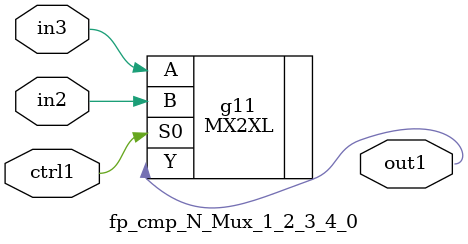
<source format=v>
`timescale 1ps / 1ps


module fp_cmp_N_Mux_1_2_3_4_0(in3, in2, ctrl1, out1);
  input in3, in2, ctrl1;
  output out1;
  wire in3, in2, ctrl1;
  wire out1;
  MX2XL g11(.A (in3), .B (in2), .S0 (ctrl1), .Y (out1));
endmodule



</source>
